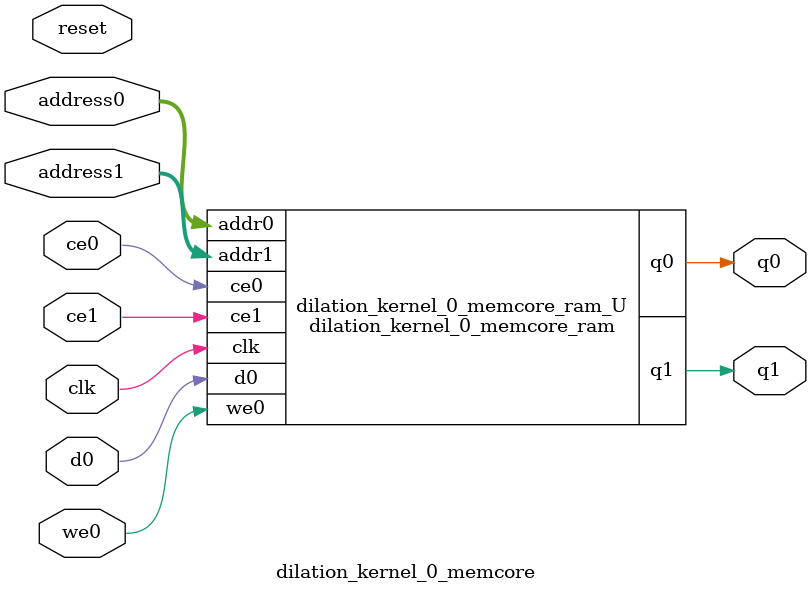
<source format=v>
`timescale 1 ns / 1 ps
module dilation_kernel_0_memcore_ram (addr0, ce0, d0, we0, q0, addr1, ce1, q1,  clk);

parameter DWIDTH = 1;
parameter AWIDTH = 2;
parameter MEM_SIZE = 3;

input[AWIDTH-1:0] addr0;
input ce0;
input[DWIDTH-1:0] d0;
input we0;
output reg[DWIDTH-1:0] q0;
input[AWIDTH-1:0] addr1;
input ce1;
output reg[DWIDTH-1:0] q1;
input clk;

(* ram_style = "distributed" *)reg [DWIDTH-1:0] ram[0:MEM_SIZE-1];




always @(posedge clk)  
begin 
    if (ce0) begin
        if (we0) 
            ram[addr0] <= d0; 
        q0 <= ram[addr0];
    end
end


always @(posedge clk)  
begin 
    if (ce1) begin
        q1 <= ram[addr1];
    end
end


endmodule

`timescale 1 ns / 1 ps
module dilation_kernel_0_memcore(
    reset,
    clk,
    address0,
    ce0,
    we0,
    d0,
    q0,
    address1,
    ce1,
    q1);

parameter DataWidth = 32'd1;
parameter AddressRange = 32'd3;
parameter AddressWidth = 32'd2;
input reset;
input clk;
input[AddressWidth - 1:0] address0;
input ce0;
input we0;
input[DataWidth - 1:0] d0;
output[DataWidth - 1:0] q0;
input[AddressWidth - 1:0] address1;
input ce1;
output[DataWidth - 1:0] q1;



dilation_kernel_0_memcore_ram dilation_kernel_0_memcore_ram_U(
    .clk( clk ),
    .addr0( address0 ),
    .ce0( ce0 ),
    .we0( we0 ),
    .d0( d0 ),
    .q0( q0 ),
    .addr1( address1 ),
    .ce1( ce1 ),
    .q1( q1 ));

endmodule


</source>
